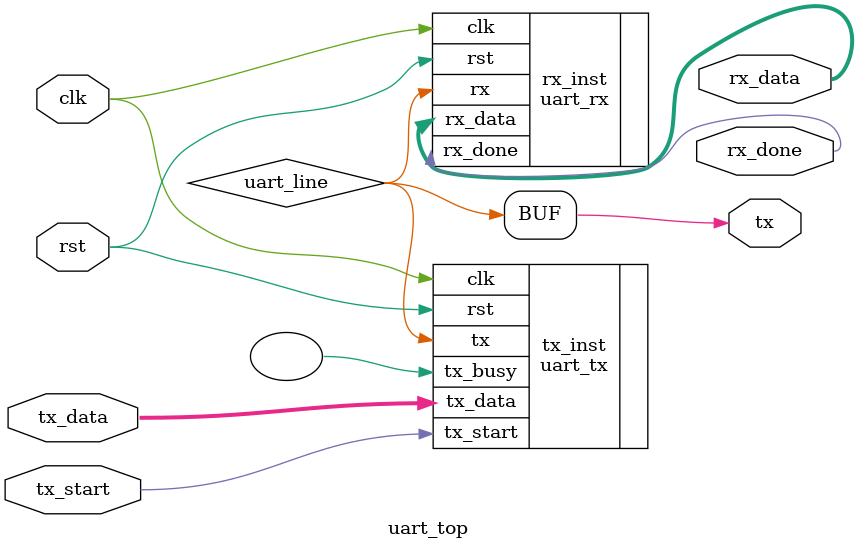
<source format=v>
`timescale 1ns / 1ps

module uart_top (
    input  wire clk,
    input  wire rst,
    input  wire tx_start,
    input  wire [7:0] tx_data,

    output wire tx,          // UART TX line
    output wire [7:0] rx_data,
    output wire rx_done
);

    wire uart_line;

    // UART TRANSMITTER
    uart_tx tx_inst (
        .clk      (clk),
        .rst      (rst),
        .tx_start (tx_start),
        .tx_data  (tx_data),
        .tx       (uart_line),
        .tx_busy  ()
    );

    // UART RECEIVER
    uart_rx rx_inst (
        .clk     (clk),
        .rst     (rst),
        .rx      (uart_line),
        .rx_data (rx_data),
        .rx_done (rx_done)
    );

    assign tx = uart_line;

endmodule

</source>
